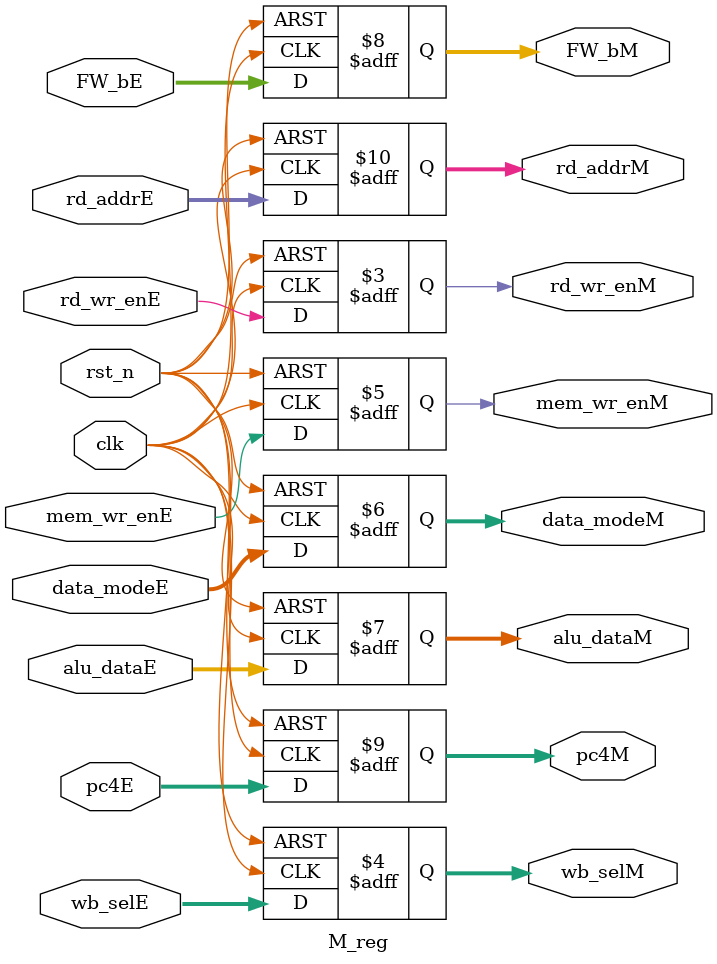
<source format=v>
module M_reg (
   input  wire          clk,
                        rst_n,

   input  wire          rd_wr_enE,
   input  wire [1:0]    wb_selE,
   input  wire          mem_wr_enE,
   input  wire [2:0]    data_modeE,
   input  wire [31:0]   alu_dataE,
                        FW_bE,
                        pc4E,
   input  wire [4:0]    rd_addrE,  

   output reg           rd_wr_enM,
   output reg  [1:0]    wb_selM,
   output reg           mem_wr_enM,
   output reg  [2:0]    data_modeM,
   output reg  [31:0]   alu_dataM,
                        FW_bM,
                        pc4M,
   output reg  [4:0]    rd_addrM
);

   always @(posedge clk or negedge rst_n) begin
      if (~rst_n) begin
         rd_wr_enM <= 0;
         wb_selM <= 0;
         mem_wr_enM <= 0;
         data_modeM <= 0;
         alu_dataM <= 0;
         FW_bM <= 0;
         pc4M <= 0;
         rd_addrM <= 0;
      end
      else begin
         rd_wr_enM <= rd_wr_enE;
         wb_selM <= wb_selE;
         mem_wr_enM <= mem_wr_enE;
         data_modeM <= data_modeE;
         alu_dataM <= alu_dataE;
         FW_bM <= FW_bE;
         pc4M <= pc4E;
         rd_addrM <= rd_addrE;       
      end
   end

endmodule
</source>
